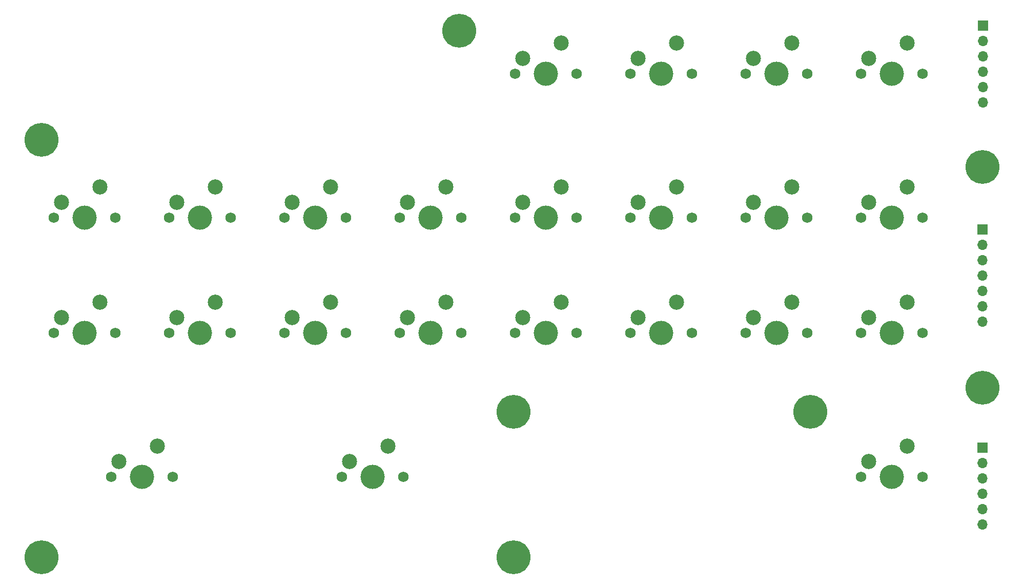
<source format=gbr>
%TF.GenerationSoftware,KiCad,Pcbnew,8.0.8*%
%TF.CreationDate,2025-02-25T14:58:14+00:00*%
%TF.ProjectId,16-steps,31362d73-7465-4707-932e-6b696361645f,rev?*%
%TF.SameCoordinates,Original*%
%TF.FileFunction,Soldermask,Top*%
%TF.FilePolarity,Negative*%
%FSLAX46Y46*%
G04 Gerber Fmt 4.6, Leading zero omitted, Abs format (unit mm)*
G04 Created by KiCad (PCBNEW 8.0.8) date 2025-02-25 14:58:14*
%MOMM*%
%LPD*%
G01*
G04 APERTURE LIST*
%ADD10C,1.750000*%
%ADD11C,4.000000*%
%ADD12C,2.500000*%
%ADD13C,5.600000*%
%ADD14R,1.700000X1.700000*%
%ADD15O,1.700000X1.700000*%
G04 APERTURE END LIST*
D10*
%TO.C,SW20*%
X166370000Y-80962500D03*
D11*
X171450000Y-80962500D03*
D10*
X176530000Y-80962500D03*
D12*
X167640000Y-78422500D03*
X173990000Y-75882500D03*
%TD*%
D10*
%TO.C,SW14*%
X52070000Y-80962500D03*
D11*
X57150000Y-80962500D03*
D10*
X62230000Y-80962500D03*
D12*
X53340000Y-78422500D03*
X59690000Y-75882500D03*
%TD*%
D13*
%TO.C,H5*%
X100000000Y-31000000D03*
%TD*%
%TO.C,H2*%
X186500000Y-90000000D03*
%TD*%
D14*
%TO.C,J2*%
X186500000Y-63880000D03*
D15*
X186500000Y-66420000D03*
X186500000Y-68960000D03*
X186500000Y-71500000D03*
X186500000Y-74040000D03*
X186500000Y-76580000D03*
X186500000Y-79120000D03*
%TD*%
D13*
%TO.C,H7*%
X109000000Y-94000000D03*
%TD*%
D10*
%TO.C,SW13*%
X33020000Y-80962500D03*
D11*
X38100000Y-80962500D03*
D10*
X43180000Y-80962500D03*
D12*
X34290000Y-78422500D03*
X40640000Y-75882500D03*
%TD*%
D10*
%TO.C,SW7*%
X71120000Y-61912500D03*
D11*
X76200000Y-61912500D03*
D10*
X81280000Y-61912500D03*
D12*
X72390000Y-59372500D03*
X78740000Y-56832500D03*
%TD*%
D10*
%TO.C,SW15*%
X71120000Y-80962500D03*
D11*
X76200000Y-80962500D03*
D10*
X81280000Y-80962500D03*
D12*
X72390000Y-78422500D03*
X78740000Y-75882500D03*
%TD*%
D10*
%TO.C,SW4*%
X166370000Y-38100000D03*
D11*
X171450000Y-38100000D03*
D10*
X176530000Y-38100000D03*
D12*
X167640000Y-35560000D03*
X173990000Y-33020000D03*
%TD*%
D10*
%TO.C,SW16*%
X90170000Y-80962500D03*
D11*
X95250000Y-80962500D03*
D10*
X100330000Y-80962500D03*
D12*
X91440000Y-78422500D03*
X97790000Y-75882500D03*
%TD*%
D10*
%TO.C,SW2*%
X128270000Y-38100000D03*
D11*
X133350000Y-38100000D03*
D10*
X138430000Y-38100000D03*
D12*
X129540000Y-35560000D03*
X135890000Y-33020000D03*
%TD*%
D10*
%TO.C,SW5*%
X33020000Y-61912500D03*
D11*
X38100000Y-61912500D03*
D10*
X43180000Y-61912500D03*
D12*
X34290000Y-59372500D03*
X40640000Y-56832500D03*
%TD*%
D10*
%TO.C,SW11*%
X147320000Y-61912500D03*
D11*
X152400000Y-61912500D03*
D10*
X157480000Y-61912500D03*
D12*
X148590000Y-59372500D03*
X154940000Y-56832500D03*
%TD*%
D13*
%TO.C,H1*%
X186500000Y-53500000D03*
%TD*%
D10*
%TO.C,SW1*%
X109220000Y-38100000D03*
D11*
X114300000Y-38100000D03*
D10*
X119380000Y-38100000D03*
D12*
X110490000Y-35560000D03*
X116840000Y-33020000D03*
%TD*%
D13*
%TO.C,H6*%
X109000000Y-118000000D03*
%TD*%
%TO.C,H4*%
X31000000Y-49000000D03*
%TD*%
%TO.C,H8*%
X158000000Y-94000000D03*
%TD*%
D10*
%TO.C,SW17*%
X109220000Y-80962500D03*
D11*
X114300000Y-80962500D03*
D10*
X119380000Y-80962500D03*
D12*
X110490000Y-78422500D03*
X116840000Y-75882500D03*
%TD*%
D10*
%TO.C,SW18*%
X128270000Y-80962500D03*
D11*
X133350000Y-80962500D03*
D10*
X138430000Y-80962500D03*
D12*
X129540000Y-78422500D03*
X135890000Y-75882500D03*
%TD*%
D10*
%TO.C,SW12*%
X166370000Y-61912500D03*
D11*
X171450000Y-61912500D03*
D10*
X176530000Y-61912500D03*
D12*
X167640000Y-59372500D03*
X173990000Y-56832500D03*
%TD*%
D10*
%TO.C,SW9*%
X109220000Y-61912500D03*
D11*
X114300000Y-61912500D03*
D10*
X119380000Y-61912500D03*
D12*
X110490000Y-59372500D03*
X116840000Y-56832500D03*
%TD*%
D10*
%TO.C,SW8*%
X90170000Y-61912500D03*
D11*
X95250000Y-61912500D03*
D10*
X100330000Y-61912500D03*
D12*
X91440000Y-59372500D03*
X97790000Y-56832500D03*
%TD*%
D14*
%TO.C,J1*%
X186525000Y-30175000D03*
D15*
X186525000Y-32715000D03*
X186525000Y-35255000D03*
X186525000Y-37795000D03*
X186525000Y-40335000D03*
X186525000Y-42875000D03*
%TD*%
D10*
%TO.C,SW3*%
X147320000Y-38100000D03*
D11*
X152400000Y-38100000D03*
D10*
X157480000Y-38100000D03*
D12*
X148590000Y-35560000D03*
X154940000Y-33020000D03*
%TD*%
D10*
%TO.C,SW19*%
X147320000Y-80962500D03*
D11*
X152400000Y-80962500D03*
D10*
X157480000Y-80962500D03*
D12*
X148590000Y-78422500D03*
X154940000Y-75882500D03*
%TD*%
D10*
%TO.C,SW6*%
X52070000Y-61912500D03*
D11*
X57150000Y-61912500D03*
D10*
X62230000Y-61912500D03*
D12*
X53340000Y-59372500D03*
X59690000Y-56832500D03*
%TD*%
D14*
%TO.C,J3*%
X186500000Y-99920000D03*
D15*
X186500000Y-102460000D03*
X186500000Y-105000000D03*
X186500000Y-107540000D03*
X186500000Y-110080000D03*
X186500000Y-112620000D03*
%TD*%
D10*
%TO.C,SW22*%
X80645000Y-104775000D03*
D11*
X85725000Y-104775000D03*
D10*
X90805000Y-104775000D03*
D12*
X81915000Y-102235000D03*
X88265000Y-99695000D03*
%TD*%
D10*
%TO.C,SW21*%
X42545000Y-104775000D03*
D11*
X47625000Y-104775000D03*
D10*
X52705000Y-104775000D03*
D12*
X43815000Y-102235000D03*
X50165000Y-99695000D03*
%TD*%
D10*
%TO.C,SW10*%
X128270000Y-61912500D03*
D11*
X133350000Y-61912500D03*
D10*
X138430000Y-61912500D03*
D12*
X129540000Y-59372500D03*
X135890000Y-56832500D03*
%TD*%
D10*
%TO.C,SW23*%
X166370000Y-104775000D03*
D11*
X171450000Y-104775000D03*
D10*
X176530000Y-104775000D03*
D12*
X167640000Y-102235000D03*
X173990000Y-99695000D03*
%TD*%
D13*
%TO.C,H3*%
X31000000Y-118000000D03*
%TD*%
M02*

</source>
